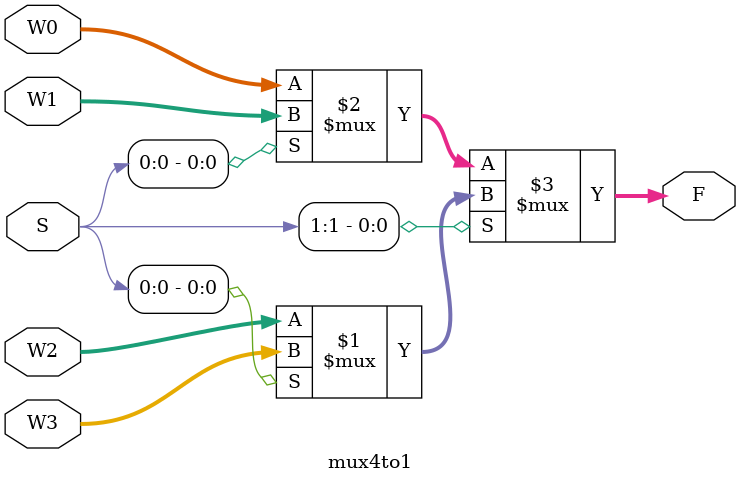
<source format=v>
module mux4to1 (W0, W1, W2, W3, S, F);
	input [3:0] W0, W1, W2, W3;
	input [1:0] S;
	
	output [3:0] F;
	assign F = S[1] ? (S[0] ? W3 : W2) : (S[0] ? W1 : W0);
endmodule
</source>
